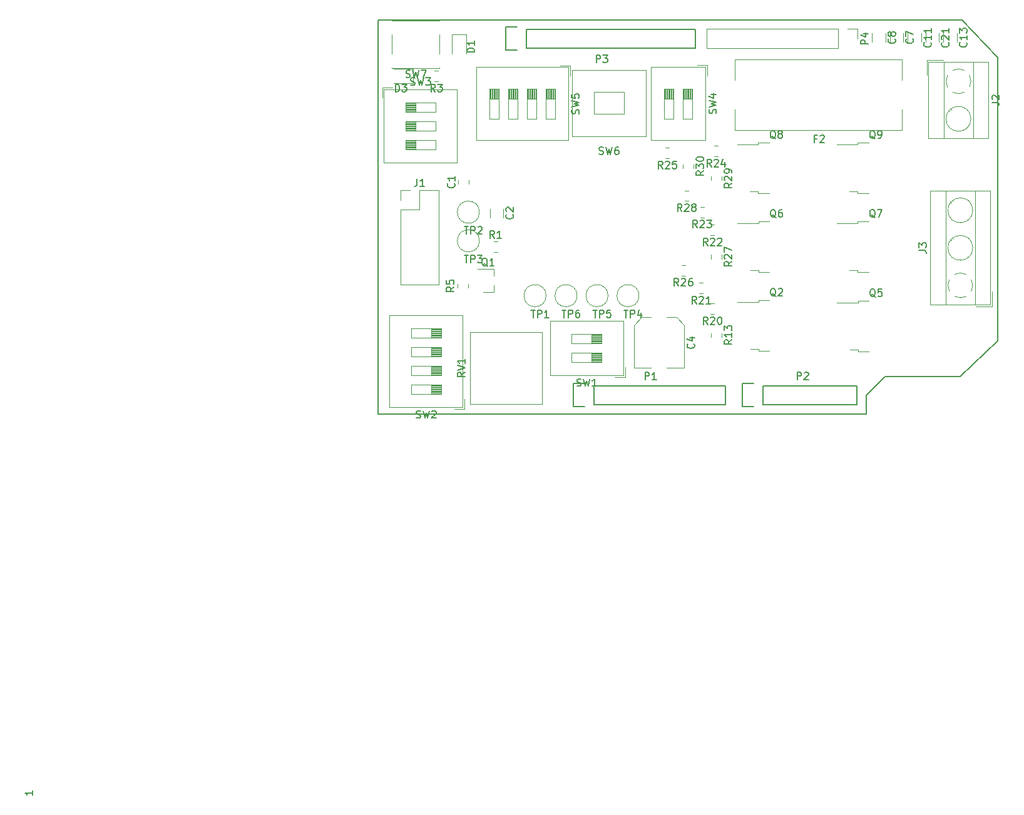
<source format=gbr>
%TF.GenerationSoftware,KiCad,Pcbnew,(5.1.2-1)-1*%
%TF.CreationDate,2019-08-21T19:10:38+02:00*%
%TF.ProjectId,Kiel_50,4b69656c-5f35-4302-9e6b-696361645f70,rev?*%
%TF.SameCoordinates,PX69db1f0PY7882d48*%
%TF.FileFunction,Legend,Top*%
%TF.FilePolarity,Positive*%
%FSLAX46Y46*%
G04 Gerber Fmt 4.6, Leading zero omitted, Abs format (unit mm)*
G04 Created by KiCad (PCBNEW (5.1.2-1)-1) date 2019-08-21 19:10:38*
%MOMM*%
%LPD*%
G04 APERTURE LIST*
%ADD10C,0.150000*%
%ADD11C,0.120000*%
G04 APERTURE END LIST*
D10*
X68580000Y5080000D02*
X78740000Y5080000D01*
X83820000Y9906000D02*
X78740000Y5080000D01*
X78994000Y53340000D02*
X78740000Y53340000D01*
X83820000Y48260000D02*
X78994000Y53340000D01*
X83820000Y9906000D02*
X83820000Y48260000D01*
X64516000Y53340000D02*
X78994000Y53340000D01*
X64516000Y53340000D02*
X0Y53340000D01*
X-46791620Y-51022285D02*
X-46791620Y-51593714D01*
X-46791620Y-51308000D02*
X-47791620Y-51308000D01*
X-47648762Y-51403238D01*
X-47553524Y-51498476D01*
X-47505905Y-51593714D01*
X66040000Y2540000D02*
X68580000Y5080000D01*
X66040000Y0D02*
X66040000Y2540000D01*
X0Y0D02*
X66040000Y0D01*
X0Y53340000D02*
X0Y0D01*
D11*
X29210000Y40577000D02*
X29210000Y43577000D01*
X33210000Y40577000D02*
X29210000Y40577000D01*
X33210000Y43577000D02*
X33210000Y40577000D01*
X29210000Y43577000D02*
X33210000Y43577000D01*
X26210000Y37577000D02*
X26210000Y46577000D01*
X36210000Y37577000D02*
X26210000Y37577000D01*
X36210000Y46577000D02*
X36210000Y37577000D01*
X26210000Y46577000D02*
X36210000Y46577000D01*
X12387000Y11093000D02*
X22157000Y11093000D01*
X12387000Y1323000D02*
X22157000Y1323000D01*
X22157000Y1323000D02*
X22157000Y11093000D01*
X12387000Y1323000D02*
X12387000Y11093000D01*
X41978078Y30237500D02*
X41460922Y30237500D01*
X41978078Y28817500D02*
X41460922Y28817500D01*
X74020000Y51529064D02*
X74020000Y50324936D01*
X75840000Y51529064D02*
X75840000Y50324936D01*
X76433000Y51529064D02*
X76433000Y50324936D01*
X78253000Y51529064D02*
X78253000Y50324936D01*
X71607000Y51529064D02*
X71607000Y50324936D01*
X73427000Y51529064D02*
X73427000Y50324936D01*
X66781000Y51529064D02*
X66781000Y50324936D01*
X68601000Y51529064D02*
X68601000Y50324936D01*
X69194000Y51529064D02*
X69194000Y50324936D01*
X71014000Y51529064D02*
X71014000Y50324936D01*
X8310000Y53268000D02*
X1850000Y53268000D01*
X8310000Y48738000D02*
X8310000Y51338000D01*
X8310000Y46808000D02*
X1850000Y46808000D01*
X1850000Y48738000D02*
X1850000Y51338000D01*
X8310000Y46838000D02*
X8310000Y46808000D01*
X8310000Y53268000D02*
X8310000Y53238000D01*
X1850000Y53268000D02*
X1850000Y53238000D01*
X1850000Y46808000D02*
X1850000Y46838000D01*
X39946999Y42670666D02*
X38676999Y42670666D01*
X38746999Y44023999D02*
X38746999Y42670666D01*
X38866999Y44023999D02*
X38866999Y42670666D01*
X38986999Y44023999D02*
X38986999Y42670666D01*
X39106999Y44023999D02*
X39106999Y42670666D01*
X39226999Y44023999D02*
X39226999Y42670666D01*
X39346999Y44023999D02*
X39346999Y42670666D01*
X39466999Y44023999D02*
X39466999Y42670666D01*
X39586999Y44023999D02*
X39586999Y42670666D01*
X39706999Y44023999D02*
X39706999Y42670666D01*
X39826999Y44023999D02*
X39826999Y42670666D01*
X39946999Y39963999D02*
X39946999Y44023999D01*
X38676999Y39963999D02*
X39946999Y39963999D01*
X38676999Y44023999D02*
X38676999Y39963999D01*
X39946999Y44023999D02*
X38676999Y44023999D01*
X42486999Y42670666D02*
X41216999Y42670666D01*
X41286999Y44023999D02*
X41286999Y42670666D01*
X41406999Y44023999D02*
X41406999Y42670666D01*
X41526999Y44023999D02*
X41526999Y42670666D01*
X41646999Y44023999D02*
X41646999Y42670666D01*
X41766999Y44023999D02*
X41766999Y42670666D01*
X41886999Y44023999D02*
X41886999Y42670666D01*
X42006999Y44023999D02*
X42006999Y42670666D01*
X42126999Y44023999D02*
X42126999Y42670666D01*
X42246999Y44023999D02*
X42246999Y42670666D01*
X42366999Y44023999D02*
X42366999Y42670666D01*
X42486999Y39963999D02*
X42486999Y44023999D01*
X41216999Y39963999D02*
X42486999Y39963999D01*
X41216999Y44023999D02*
X41216999Y39963999D01*
X42486999Y44023999D02*
X41216999Y44023999D01*
X44511999Y47183999D02*
X43128999Y47183999D01*
X44511999Y47183999D02*
X44511999Y45799999D01*
X44271999Y37043999D02*
X36891999Y37043999D01*
X44271999Y46943999D02*
X36891999Y46943999D01*
X36891999Y46943999D02*
X36891999Y37043999D01*
X44271999Y46943999D02*
X44271999Y37043999D01*
X28870667Y9525000D02*
X28870667Y10795000D01*
X30224000Y10725000D02*
X28870667Y10725000D01*
X30224000Y10605000D02*
X28870667Y10605000D01*
X30224000Y10485000D02*
X28870667Y10485000D01*
X30224000Y10365000D02*
X28870667Y10365000D01*
X30224000Y10245000D02*
X28870667Y10245000D01*
X30224000Y10125000D02*
X28870667Y10125000D01*
X30224000Y10005000D02*
X28870667Y10005000D01*
X30224000Y9885000D02*
X28870667Y9885000D01*
X30224000Y9765000D02*
X28870667Y9765000D01*
X30224000Y9645000D02*
X28870667Y9645000D01*
X26164000Y9525000D02*
X30224000Y9525000D01*
X26164000Y10795000D02*
X26164000Y9525000D01*
X30224000Y10795000D02*
X26164000Y10795000D01*
X30224000Y9525000D02*
X30224000Y10795000D01*
X28870667Y6985000D02*
X28870667Y8255000D01*
X30224000Y8185000D02*
X28870667Y8185000D01*
X30224000Y8065000D02*
X28870667Y8065000D01*
X30224000Y7945000D02*
X28870667Y7945000D01*
X30224000Y7825000D02*
X28870667Y7825000D01*
X30224000Y7705000D02*
X28870667Y7705000D01*
X30224000Y7585000D02*
X28870667Y7585000D01*
X30224000Y7465000D02*
X28870667Y7465000D01*
X30224000Y7345000D02*
X28870667Y7345000D01*
X30224000Y7225000D02*
X28870667Y7225000D01*
X30224000Y7105000D02*
X28870667Y7105000D01*
X26164000Y6985000D02*
X30224000Y6985000D01*
X26164000Y8255000D02*
X26164000Y6985000D01*
X30224000Y8255000D02*
X26164000Y8255000D01*
X30224000Y6985000D02*
X30224000Y8255000D01*
X33384000Y4960000D02*
X33384000Y6343000D01*
X33384000Y4960000D02*
X32000000Y4960000D01*
X23244000Y5200000D02*
X23244000Y12580000D01*
X33144000Y5200000D02*
X33144000Y12580000D01*
X33144000Y12580000D02*
X23244000Y12580000D01*
X33144000Y5200000D02*
X23244000Y5200000D01*
X64840000Y30095000D02*
X63740000Y30095000D01*
X64840000Y29825000D02*
X64840000Y30095000D01*
X66340000Y29825000D02*
X64840000Y29825000D01*
X64840000Y36455000D02*
X62010000Y36455000D01*
X64840000Y36725000D02*
X64840000Y36455000D01*
X66340000Y36725000D02*
X64840000Y36725000D01*
X35282000Y16002000D02*
G75*
G03X35282000Y16002000I-1500000J0D01*
G01*
X31091000Y16002000D02*
G75*
G03X31091000Y16002000I-1500000J0D01*
G01*
X26900000Y16002000D02*
G75*
G03X26900000Y16002000I-1500000J0D01*
G01*
X5038333Y37084000D02*
X5038333Y35814000D01*
X3685000Y35884000D02*
X5038333Y35884000D01*
X3685000Y36004000D02*
X5038333Y36004000D01*
X3685000Y36124000D02*
X5038333Y36124000D01*
X3685000Y36244000D02*
X5038333Y36244000D01*
X3685000Y36364000D02*
X5038333Y36364000D01*
X3685000Y36484000D02*
X5038333Y36484000D01*
X3685000Y36604000D02*
X5038333Y36604000D01*
X3685000Y36724000D02*
X5038333Y36724000D01*
X3685000Y36844000D02*
X5038333Y36844000D01*
X3685000Y36964000D02*
X5038333Y36964000D01*
X7745000Y37084000D02*
X3685000Y37084000D01*
X7745000Y35814000D02*
X7745000Y37084000D01*
X3685000Y35814000D02*
X7745000Y35814000D01*
X3685000Y37084000D02*
X3685000Y35814000D01*
X5038333Y39624000D02*
X5038333Y38354000D01*
X3685000Y38424000D02*
X5038333Y38424000D01*
X3685000Y38544000D02*
X5038333Y38544000D01*
X3685000Y38664000D02*
X5038333Y38664000D01*
X3685000Y38784000D02*
X5038333Y38784000D01*
X3685000Y38904000D02*
X5038333Y38904000D01*
X3685000Y39024000D02*
X5038333Y39024000D01*
X3685000Y39144000D02*
X5038333Y39144000D01*
X3685000Y39264000D02*
X5038333Y39264000D01*
X3685000Y39384000D02*
X5038333Y39384000D01*
X3685000Y39504000D02*
X5038333Y39504000D01*
X7745000Y39624000D02*
X3685000Y39624000D01*
X7745000Y38354000D02*
X7745000Y39624000D01*
X3685000Y38354000D02*
X7745000Y38354000D01*
X3685000Y39624000D02*
X3685000Y38354000D01*
X5038333Y42164000D02*
X5038333Y40894000D01*
X3685000Y40964000D02*
X5038333Y40964000D01*
X3685000Y41084000D02*
X5038333Y41084000D01*
X3685000Y41204000D02*
X5038333Y41204000D01*
X3685000Y41324000D02*
X5038333Y41324000D01*
X3685000Y41444000D02*
X5038333Y41444000D01*
X3685000Y41564000D02*
X5038333Y41564000D01*
X3685000Y41684000D02*
X5038333Y41684000D01*
X3685000Y41804000D02*
X5038333Y41804000D01*
X3685000Y41924000D02*
X5038333Y41924000D01*
X3685000Y42044000D02*
X5038333Y42044000D01*
X7745000Y42164000D02*
X3685000Y42164000D01*
X7745000Y40894000D02*
X7745000Y42164000D01*
X3685000Y40894000D02*
X7745000Y40894000D01*
X3685000Y42164000D02*
X3685000Y40894000D01*
X525000Y44189000D02*
X525000Y42806000D01*
X525000Y44189000D02*
X1909000Y44189000D01*
X10665000Y43949000D02*
X10665000Y34029000D01*
X765000Y43949000D02*
X765000Y34029000D01*
X765000Y34029000D02*
X10665000Y34029000D01*
X765000Y43949000D02*
X10665000Y43949000D01*
X74186000Y47861500D02*
X74186000Y45861500D01*
X76426000Y47861500D02*
X74186000Y47861500D01*
X77510000Y41121500D02*
X77417000Y41215500D01*
X79761000Y38871500D02*
X79702000Y38930500D01*
X77270000Y40951500D02*
X77212000Y41010500D01*
X79555000Y38666500D02*
X79462000Y38760500D01*
X82546000Y37341500D02*
X74426000Y37341500D01*
X82546000Y47621500D02*
X74426000Y47621500D01*
X74426000Y47621500D02*
X74426000Y37341500D01*
X82546000Y47621500D02*
X82546000Y37341500D01*
X80486000Y47621500D02*
X80486000Y37341500D01*
X76486000Y47621500D02*
X76486000Y37341500D01*
X80166000Y39941500D02*
G75*
G03X80166000Y39941500I-1680000J0D01*
G01*
X76805550Y44992117D02*
G75*
G02X77002000Y45810500I1680450J29383D01*
G01*
X77696912Y46505453D02*
G75*
G02X79275000Y46505500I789088J-1483953D01*
G01*
X79969953Y45810588D02*
G75*
G02X79970000Y44232500I-1483953J-789088D01*
G01*
X79275088Y43537547D02*
G75*
G02X77697000Y43537500I-789088J1483953D01*
G01*
X77002648Y44232788D02*
G75*
G02X76806000Y45021500I1483352J788712D01*
G01*
X64830000Y52130000D02*
X64830000Y50800000D01*
X63500000Y52130000D02*
X64830000Y52130000D01*
X62230000Y52130000D02*
X62230000Y49470000D01*
X62230000Y49470000D02*
X44390000Y49470000D01*
X62230000Y52130000D02*
X44390000Y52130000D01*
X44390000Y52130000D02*
X44390000Y49470000D01*
X13692000Y23431500D02*
G75*
G03X13692000Y23431500I-1500000J0D01*
G01*
X13692000Y27305000D02*
G75*
G03X13692000Y27305000I-1500000J0D01*
G01*
X22709000Y16002000D02*
G75*
G03X22709000Y16002000I-1500000J0D01*
G01*
X16319500Y42650167D02*
X15049500Y42650167D01*
X15119500Y44003500D02*
X15119500Y42650167D01*
X15239500Y44003500D02*
X15239500Y42650167D01*
X15359500Y44003500D02*
X15359500Y42650167D01*
X15479500Y44003500D02*
X15479500Y42650167D01*
X15599500Y44003500D02*
X15599500Y42650167D01*
X15719500Y44003500D02*
X15719500Y42650167D01*
X15839500Y44003500D02*
X15839500Y42650167D01*
X15959500Y44003500D02*
X15959500Y42650167D01*
X16079500Y44003500D02*
X16079500Y42650167D01*
X16199500Y44003500D02*
X16199500Y42650167D01*
X16319500Y39943500D02*
X16319500Y44003500D01*
X15049500Y39943500D02*
X16319500Y39943500D01*
X15049500Y44003500D02*
X15049500Y39943500D01*
X16319500Y44003500D02*
X15049500Y44003500D01*
X18859500Y42650167D02*
X17589500Y42650167D01*
X17659500Y44003500D02*
X17659500Y42650167D01*
X17779500Y44003500D02*
X17779500Y42650167D01*
X17899500Y44003500D02*
X17899500Y42650167D01*
X18019500Y44003500D02*
X18019500Y42650167D01*
X18139500Y44003500D02*
X18139500Y42650167D01*
X18259500Y44003500D02*
X18259500Y42650167D01*
X18379500Y44003500D02*
X18379500Y42650167D01*
X18499500Y44003500D02*
X18499500Y42650167D01*
X18619500Y44003500D02*
X18619500Y42650167D01*
X18739500Y44003500D02*
X18739500Y42650167D01*
X18859500Y39943500D02*
X18859500Y44003500D01*
X17589500Y39943500D02*
X18859500Y39943500D01*
X17589500Y44003500D02*
X17589500Y39943500D01*
X18859500Y44003500D02*
X17589500Y44003500D01*
X21399500Y42650167D02*
X20129500Y42650167D01*
X20199500Y44003500D02*
X20199500Y42650167D01*
X20319500Y44003500D02*
X20319500Y42650167D01*
X20439500Y44003500D02*
X20439500Y42650167D01*
X20559500Y44003500D02*
X20559500Y42650167D01*
X20679500Y44003500D02*
X20679500Y42650167D01*
X20799500Y44003500D02*
X20799500Y42650167D01*
X20919500Y44003500D02*
X20919500Y42650167D01*
X21039500Y44003500D02*
X21039500Y42650167D01*
X21159500Y44003500D02*
X21159500Y42650167D01*
X21279500Y44003500D02*
X21279500Y42650167D01*
X21399500Y39943500D02*
X21399500Y44003500D01*
X20129500Y39943500D02*
X21399500Y39943500D01*
X20129500Y44003500D02*
X20129500Y39943500D01*
X21399500Y44003500D02*
X20129500Y44003500D01*
X23939500Y42650167D02*
X22669500Y42650167D01*
X22739500Y44003500D02*
X22739500Y42650167D01*
X22859500Y44003500D02*
X22859500Y42650167D01*
X22979500Y44003500D02*
X22979500Y42650167D01*
X23099500Y44003500D02*
X23099500Y42650167D01*
X23219500Y44003500D02*
X23219500Y42650167D01*
X23339500Y44003500D02*
X23339500Y42650167D01*
X23459500Y44003500D02*
X23459500Y42650167D01*
X23579500Y44003500D02*
X23579500Y42650167D01*
X23699500Y44003500D02*
X23699500Y42650167D01*
X23819500Y44003500D02*
X23819500Y42650167D01*
X23939500Y39943500D02*
X23939500Y44003500D01*
X22669500Y39943500D02*
X23939500Y39943500D01*
X22669500Y44003500D02*
X22669500Y39943500D01*
X23939500Y44003500D02*
X22669500Y44003500D01*
X25964500Y47163500D02*
X24581500Y47163500D01*
X25964500Y47163500D02*
X25964500Y45779500D01*
X25724500Y37023500D02*
X13264500Y37023500D01*
X25724500Y46923500D02*
X13264500Y46923500D01*
X13264500Y46923500D02*
X13264500Y37023500D01*
X25724500Y46923500D02*
X25724500Y37023500D01*
X7153667Y10287000D02*
X7153667Y11557000D01*
X8507000Y11487000D02*
X7153667Y11487000D01*
X8507000Y11367000D02*
X7153667Y11367000D01*
X8507000Y11247000D02*
X7153667Y11247000D01*
X8507000Y11127000D02*
X7153667Y11127000D01*
X8507000Y11007000D02*
X7153667Y11007000D01*
X8507000Y10887000D02*
X7153667Y10887000D01*
X8507000Y10767000D02*
X7153667Y10767000D01*
X8507000Y10647000D02*
X7153667Y10647000D01*
X8507000Y10527000D02*
X7153667Y10527000D01*
X8507000Y10407000D02*
X7153667Y10407000D01*
X4447000Y10287000D02*
X8507000Y10287000D01*
X4447000Y11557000D02*
X4447000Y10287000D01*
X8507000Y11557000D02*
X4447000Y11557000D01*
X8507000Y10287000D02*
X8507000Y11557000D01*
X7153667Y7747000D02*
X7153667Y9017000D01*
X8507000Y8947000D02*
X7153667Y8947000D01*
X8507000Y8827000D02*
X7153667Y8827000D01*
X8507000Y8707000D02*
X7153667Y8707000D01*
X8507000Y8587000D02*
X7153667Y8587000D01*
X8507000Y8467000D02*
X7153667Y8467000D01*
X8507000Y8347000D02*
X7153667Y8347000D01*
X8507000Y8227000D02*
X7153667Y8227000D01*
X8507000Y8107000D02*
X7153667Y8107000D01*
X8507000Y7987000D02*
X7153667Y7987000D01*
X8507000Y7867000D02*
X7153667Y7867000D01*
X4447000Y7747000D02*
X8507000Y7747000D01*
X4447000Y9017000D02*
X4447000Y7747000D01*
X8507000Y9017000D02*
X4447000Y9017000D01*
X8507000Y7747000D02*
X8507000Y9017000D01*
X7153667Y5207000D02*
X7153667Y6477000D01*
X8507000Y6407000D02*
X7153667Y6407000D01*
X8507000Y6287000D02*
X7153667Y6287000D01*
X8507000Y6167000D02*
X7153667Y6167000D01*
X8507000Y6047000D02*
X7153667Y6047000D01*
X8507000Y5927000D02*
X7153667Y5927000D01*
X8507000Y5807000D02*
X7153667Y5807000D01*
X8507000Y5687000D02*
X7153667Y5687000D01*
X8507000Y5567000D02*
X7153667Y5567000D01*
X8507000Y5447000D02*
X7153667Y5447000D01*
X8507000Y5327000D02*
X7153667Y5327000D01*
X4447000Y5207000D02*
X8507000Y5207000D01*
X4447000Y6477000D02*
X4447000Y5207000D01*
X8507000Y6477000D02*
X4447000Y6477000D01*
X8507000Y5207000D02*
X8507000Y6477000D01*
X7153667Y2667000D02*
X7153667Y3937000D01*
X8507000Y3867000D02*
X7153667Y3867000D01*
X8507000Y3747000D02*
X7153667Y3747000D01*
X8507000Y3627000D02*
X7153667Y3627000D01*
X8507000Y3507000D02*
X7153667Y3507000D01*
X8507000Y3387000D02*
X7153667Y3387000D01*
X8507000Y3267000D02*
X7153667Y3267000D01*
X8507000Y3147000D02*
X7153667Y3147000D01*
X8507000Y3027000D02*
X7153667Y3027000D01*
X8507000Y2907000D02*
X7153667Y2907000D01*
X8507000Y2787000D02*
X7153667Y2787000D01*
X4447000Y2667000D02*
X8507000Y2667000D01*
X4447000Y3937000D02*
X4447000Y2667000D01*
X8507000Y3937000D02*
X4447000Y3937000D01*
X8507000Y2667000D02*
X8507000Y3937000D01*
X11667000Y642000D02*
X11667000Y2025000D01*
X11667000Y642000D02*
X10283000Y642000D01*
X1527000Y882000D02*
X1527000Y13342000D01*
X11427000Y882000D02*
X11427000Y13342000D01*
X11427000Y13342000D02*
X1527000Y13342000D01*
X11427000Y882000D02*
X1527000Y882000D01*
X41200000Y33786578D02*
X41200000Y33269422D01*
X42620000Y33786578D02*
X42620000Y33269422D01*
X45010000Y32135578D02*
X45010000Y31618422D01*
X46430000Y32135578D02*
X46430000Y31618422D01*
X45010000Y21531078D02*
X45010000Y21013922D01*
X46430000Y21531078D02*
X46430000Y21013922D01*
X41533578Y20141000D02*
X41016422Y20141000D01*
X41533578Y18721000D02*
X41016422Y18721000D01*
X39374578Y36016000D02*
X38857422Y36016000D01*
X39374578Y34596000D02*
X38857422Y34596000D01*
X45978578Y36270000D02*
X45461422Y36270000D01*
X45978578Y34850000D02*
X45461422Y34850000D01*
X44073578Y28015000D02*
X43556422Y28015000D01*
X44073578Y26595000D02*
X43556422Y26595000D01*
X45470578Y25602000D02*
X44953422Y25602000D01*
X45470578Y24182000D02*
X44953422Y24182000D01*
X43946578Y17728000D02*
X43429422Y17728000D01*
X43946578Y16308000D02*
X43429422Y16308000D01*
X45470578Y14934000D02*
X44953422Y14934000D01*
X45470578Y13514000D02*
X44953422Y13514000D01*
X45010000Y10926578D02*
X45010000Y10409422D01*
X46430000Y10926578D02*
X46430000Y10409422D01*
X12140000Y17076922D02*
X12140000Y17594078D01*
X10720000Y17076922D02*
X10720000Y17594078D01*
X8132578Y46430000D02*
X7615422Y46430000D01*
X8132578Y45010000D02*
X7615422Y45010000D01*
X15616422Y21896000D02*
X16133578Y21896000D01*
X15616422Y23316000D02*
X16133578Y23316000D01*
X51378000Y30094000D02*
X50278000Y30094000D01*
X51378000Y29824000D02*
X51378000Y30094000D01*
X52878000Y29824000D02*
X51378000Y29824000D01*
X51378000Y36454000D02*
X48548000Y36454000D01*
X51378000Y36724000D02*
X51378000Y36454000D01*
X52878000Y36724000D02*
X51378000Y36724000D01*
X64840000Y19426000D02*
X63740000Y19426000D01*
X64840000Y19156000D02*
X64840000Y19426000D01*
X66340000Y19156000D02*
X64840000Y19156000D01*
X64840000Y25786000D02*
X62010000Y25786000D01*
X64840000Y26056000D02*
X64840000Y25786000D01*
X66340000Y26056000D02*
X64840000Y26056000D01*
X51413000Y19425000D02*
X50313000Y19425000D01*
X51413000Y19155000D02*
X51413000Y19425000D01*
X52913000Y19155000D02*
X51413000Y19155000D01*
X51413000Y25785000D02*
X48583000Y25785000D01*
X51413000Y26055000D02*
X51413000Y25785000D01*
X52913000Y26055000D02*
X51413000Y26055000D01*
X64875000Y8690000D02*
X63775000Y8690000D01*
X64875000Y8420000D02*
X64875000Y8690000D01*
X66375000Y8420000D02*
X64875000Y8420000D01*
X64875000Y15050000D02*
X62045000Y15050000D01*
X64875000Y15320000D02*
X64875000Y15050000D01*
X66375000Y15320000D02*
X64875000Y15320000D01*
X51413000Y8758000D02*
X50313000Y8758000D01*
X51413000Y8488000D02*
X51413000Y8758000D01*
X52913000Y8488000D02*
X51413000Y8488000D01*
X51413000Y15118000D02*
X48583000Y15118000D01*
X51413000Y15388000D02*
X51413000Y15118000D01*
X52913000Y15388000D02*
X51413000Y15388000D01*
X15619000Y16454000D02*
X14159000Y16454000D01*
X15619000Y19614000D02*
X13459000Y19614000D01*
X15619000Y19614000D02*
X15619000Y18684000D01*
X15619000Y16454000D02*
X15619000Y17384000D01*
X83040000Y14559000D02*
X83040000Y16559000D01*
X80800000Y14559000D02*
X83040000Y14559000D01*
X79716000Y26379000D02*
X79809000Y26285000D01*
X77465000Y28629000D02*
X77524000Y28570000D01*
X79956000Y26549000D02*
X80014000Y26490000D01*
X77671000Y28834000D02*
X77764000Y28740000D01*
X79716000Y21299000D02*
X79809000Y21205000D01*
X77465000Y23549000D02*
X77524000Y23490000D01*
X79956000Y21469000D02*
X80014000Y21410000D01*
X77671000Y23754000D02*
X77764000Y23660000D01*
X74680000Y30159000D02*
X82800000Y30159000D01*
X74680000Y14799000D02*
X82800000Y14799000D01*
X82800000Y14799000D02*
X82800000Y30159000D01*
X74680000Y14799000D02*
X74680000Y30159000D01*
X76740000Y14799000D02*
X76740000Y30159000D01*
X80740000Y14799000D02*
X80740000Y30159000D01*
X80420000Y27559000D02*
G75*
G03X80420000Y27559000I-1680000J0D01*
G01*
X80420000Y22479000D02*
G75*
G03X80420000Y22479000I-1680000J0D01*
G01*
X80420450Y17428383D02*
G75*
G02X80224000Y16610000I-1680450J-29383D01*
G01*
X79529088Y15915047D02*
G75*
G02X77951000Y15915000I-789088J1483953D01*
G01*
X77256047Y16609912D02*
G75*
G02X77256000Y18188000I1483953J789088D01*
G01*
X77950912Y18882953D02*
G75*
G02X79529000Y18883000I789088J-1483953D01*
G01*
X80223352Y18187712D02*
G75*
G02X80420000Y17399000I-1483352J-788712D01*
G01*
X2988000Y30286000D02*
X4318000Y30286000D01*
X2988000Y28956000D02*
X2988000Y30286000D01*
X5588000Y30286000D02*
X8188000Y30286000D01*
X5588000Y27686000D02*
X5588000Y30286000D01*
X2988000Y27686000D02*
X5588000Y27686000D01*
X8188000Y30286000D02*
X8188000Y17466000D01*
X2988000Y27686000D02*
X2988000Y17466000D01*
X2988000Y17466000D02*
X8188000Y17466000D01*
X70866000Y47980000D02*
X70866000Y45180000D01*
X70866000Y47980000D02*
X48266000Y47980000D01*
X70866000Y38380000D02*
X48266000Y38380000D01*
X70866000Y41180000D02*
X70866000Y38380000D01*
X48266000Y41180000D02*
X48266000Y38380000D01*
X48266000Y47980000D02*
X48266000Y45180000D01*
X4733000Y46680000D02*
X2048000Y46680000D01*
X4733000Y44760000D02*
X4733000Y46680000D01*
X2048000Y44760000D02*
X4733000Y44760000D01*
X9962000Y51390500D02*
X9962000Y48705500D01*
X11882000Y51390500D02*
X9962000Y51390500D01*
X11882000Y48705500D02*
X11882000Y51390500D01*
X35627437Y13062000D02*
X34563000Y11997563D01*
X40318563Y13062000D02*
X41383000Y11997563D01*
X40318563Y13062000D02*
X39033000Y13062000D01*
X35627437Y13062000D02*
X36913000Y13062000D01*
X34563000Y11997563D02*
X34563000Y6242000D01*
X41383000Y11997563D02*
X41383000Y6242000D01*
X41383000Y6242000D02*
X39033000Y6242000D01*
X34563000Y6242000D02*
X36913000Y6242000D01*
X15092000Y27780064D02*
X15092000Y26575936D01*
X16912000Y27780064D02*
X16912000Y26575936D01*
X12267000Y31110422D02*
X12267000Y31627578D01*
X10847000Y31110422D02*
X10847000Y31627578D01*
D10*
X29210000Y1270000D02*
X46990000Y1270000D01*
X46990000Y1270000D02*
X46990000Y3810000D01*
X46990000Y3810000D02*
X29210000Y3810000D01*
X26390000Y990000D02*
X27940000Y990000D01*
X29210000Y1270000D02*
X29210000Y3810000D01*
X27940000Y4090000D02*
X26390000Y4090000D01*
X26390000Y4090000D02*
X26390000Y990000D01*
X52070000Y1270000D02*
X64770000Y1270000D01*
X64770000Y1270000D02*
X64770000Y3810000D01*
X64770000Y3810000D02*
X52070000Y3810000D01*
X49250000Y990000D02*
X50800000Y990000D01*
X52070000Y1270000D02*
X52070000Y3810000D01*
X50800000Y4090000D02*
X49250000Y4090000D01*
X49250000Y4090000D02*
X49250000Y990000D01*
X20066000Y49530000D02*
X42926000Y49530000D01*
X42926000Y49530000D02*
X42926000Y52070000D01*
X42926000Y52070000D02*
X20066000Y52070000D01*
X17246000Y49250000D02*
X18796000Y49250000D01*
X20066000Y49530000D02*
X20066000Y52070000D01*
X18796000Y52350000D02*
X17246000Y52350000D01*
X17246000Y52350000D02*
X17246000Y49250000D01*
X29876666Y35172239D02*
X30019523Y35124620D01*
X30257619Y35124620D01*
X30352857Y35172239D01*
X30400476Y35219858D01*
X30448095Y35315096D01*
X30448095Y35410334D01*
X30400476Y35505572D01*
X30352857Y35553191D01*
X30257619Y35600810D01*
X30067142Y35648429D01*
X29971904Y35696048D01*
X29924285Y35743667D01*
X29876666Y35838905D01*
X29876666Y35934143D01*
X29924285Y36029381D01*
X29971904Y36077000D01*
X30067142Y36124620D01*
X30305238Y36124620D01*
X30448095Y36077000D01*
X30781428Y36124620D02*
X31019523Y35124620D01*
X31210000Y35838905D01*
X31400476Y35124620D01*
X31638571Y36124620D01*
X32448095Y36124620D02*
X32257619Y36124620D01*
X32162380Y36077000D01*
X32114761Y36029381D01*
X32019523Y35886524D01*
X31971904Y35696048D01*
X31971904Y35315096D01*
X32019523Y35219858D01*
X32067142Y35172239D01*
X32162380Y35124620D01*
X32352857Y35124620D01*
X32448095Y35172239D01*
X32495714Y35219858D01*
X32543333Y35315096D01*
X32543333Y35553191D01*
X32495714Y35648429D01*
X32448095Y35696048D01*
X32352857Y35743667D01*
X32162380Y35743667D01*
X32067142Y35696048D01*
X32019523Y35648429D01*
X31971904Y35553191D01*
X11709380Y5612762D02*
X11233190Y5279429D01*
X11709380Y5041334D02*
X10709380Y5041334D01*
X10709380Y5422286D01*
X10757000Y5517524D01*
X10804619Y5565143D01*
X10899857Y5612762D01*
X11042714Y5612762D01*
X11137952Y5565143D01*
X11185571Y5517524D01*
X11233190Y5422286D01*
X11233190Y5041334D01*
X10709380Y5898477D02*
X11709380Y6231810D01*
X10709380Y6565143D01*
X11709380Y7422286D02*
X11709380Y6850858D01*
X11709380Y7136572D02*
X10709380Y7136572D01*
X10852238Y7041334D01*
X10947476Y6946096D01*
X10995095Y6850858D01*
X41076642Y27425120D02*
X40743309Y27901310D01*
X40505214Y27425120D02*
X40505214Y28425120D01*
X40886166Y28425120D01*
X40981404Y28377500D01*
X41029023Y28329881D01*
X41076642Y28234643D01*
X41076642Y28091786D01*
X41029023Y27996548D01*
X40981404Y27948929D01*
X40886166Y27901310D01*
X40505214Y27901310D01*
X41457595Y28329881D02*
X41505214Y28377500D01*
X41600452Y28425120D01*
X41838547Y28425120D01*
X41933785Y28377500D01*
X41981404Y28329881D01*
X42029023Y28234643D01*
X42029023Y28139405D01*
X41981404Y27996548D01*
X41409976Y27425120D01*
X42029023Y27425120D01*
X42600452Y27996548D02*
X42505214Y28044167D01*
X42457595Y28091786D01*
X42409976Y28187024D01*
X42409976Y28234643D01*
X42457595Y28329881D01*
X42505214Y28377500D01*
X42600452Y28425120D01*
X42790928Y28425120D01*
X42886166Y28377500D01*
X42933785Y28329881D01*
X42981404Y28234643D01*
X42981404Y28187024D01*
X42933785Y28091786D01*
X42886166Y28044167D01*
X42790928Y27996548D01*
X42600452Y27996548D01*
X42505214Y27948929D01*
X42457595Y27901310D01*
X42409976Y27806072D01*
X42409976Y27615596D01*
X42457595Y27520358D01*
X42505214Y27472739D01*
X42600452Y27425120D01*
X42790928Y27425120D01*
X42886166Y27472739D01*
X42933785Y27520358D01*
X42981404Y27615596D01*
X42981404Y27806072D01*
X42933785Y27901310D01*
X42886166Y27948929D01*
X42790928Y27996548D01*
X77107142Y50284143D02*
X77154761Y50236524D01*
X77202380Y50093667D01*
X77202380Y49998429D01*
X77154761Y49855572D01*
X77059523Y49760334D01*
X76964285Y49712715D01*
X76773809Y49665096D01*
X76630952Y49665096D01*
X76440476Y49712715D01*
X76345238Y49760334D01*
X76250000Y49855572D01*
X76202380Y49998429D01*
X76202380Y50093667D01*
X76250000Y50236524D01*
X76297619Y50284143D01*
X76297619Y50665096D02*
X76250000Y50712715D01*
X76202380Y50807953D01*
X76202380Y51046048D01*
X76250000Y51141286D01*
X76297619Y51188905D01*
X76392857Y51236524D01*
X76488095Y51236524D01*
X76630952Y51188905D01*
X77202380Y50617477D01*
X77202380Y51236524D01*
X77202380Y52188905D02*
X77202380Y51617477D01*
X77202380Y51903191D02*
X76202380Y51903191D01*
X76345238Y51807953D01*
X76440476Y51712715D01*
X76488095Y51617477D01*
X79520142Y50284143D02*
X79567761Y50236524D01*
X79615380Y50093667D01*
X79615380Y49998429D01*
X79567761Y49855572D01*
X79472523Y49760334D01*
X79377285Y49712715D01*
X79186809Y49665096D01*
X79043952Y49665096D01*
X78853476Y49712715D01*
X78758238Y49760334D01*
X78663000Y49855572D01*
X78615380Y49998429D01*
X78615380Y50093667D01*
X78663000Y50236524D01*
X78710619Y50284143D01*
X79615380Y51236524D02*
X79615380Y50665096D01*
X79615380Y50950810D02*
X78615380Y50950810D01*
X78758238Y50855572D01*
X78853476Y50760334D01*
X78901095Y50665096D01*
X78615380Y51569858D02*
X78615380Y52188905D01*
X78996333Y51855572D01*
X78996333Y51998429D01*
X79043952Y52093667D01*
X79091571Y52141286D01*
X79186809Y52188905D01*
X79424904Y52188905D01*
X79520142Y52141286D01*
X79567761Y52093667D01*
X79615380Y51998429D01*
X79615380Y51712715D01*
X79567761Y51617477D01*
X79520142Y51569858D01*
X74694142Y50284143D02*
X74741761Y50236524D01*
X74789380Y50093667D01*
X74789380Y49998429D01*
X74741761Y49855572D01*
X74646523Y49760334D01*
X74551285Y49712715D01*
X74360809Y49665096D01*
X74217952Y49665096D01*
X74027476Y49712715D01*
X73932238Y49760334D01*
X73837000Y49855572D01*
X73789380Y49998429D01*
X73789380Y50093667D01*
X73837000Y50236524D01*
X73884619Y50284143D01*
X74789380Y51236524D02*
X74789380Y50665096D01*
X74789380Y50950810D02*
X73789380Y50950810D01*
X73932238Y50855572D01*
X74027476Y50760334D01*
X74075095Y50665096D01*
X74789380Y52188905D02*
X74789380Y51617477D01*
X74789380Y51903191D02*
X73789380Y51903191D01*
X73932238Y51807953D01*
X74027476Y51712715D01*
X74075095Y51617477D01*
X69868142Y50760334D02*
X69915761Y50712715D01*
X69963380Y50569858D01*
X69963380Y50474620D01*
X69915761Y50331762D01*
X69820523Y50236524D01*
X69725285Y50188905D01*
X69534809Y50141286D01*
X69391952Y50141286D01*
X69201476Y50188905D01*
X69106238Y50236524D01*
X69011000Y50331762D01*
X68963380Y50474620D01*
X68963380Y50569858D01*
X69011000Y50712715D01*
X69058619Y50760334D01*
X69391952Y51331762D02*
X69344333Y51236524D01*
X69296714Y51188905D01*
X69201476Y51141286D01*
X69153857Y51141286D01*
X69058619Y51188905D01*
X69011000Y51236524D01*
X68963380Y51331762D01*
X68963380Y51522239D01*
X69011000Y51617477D01*
X69058619Y51665096D01*
X69153857Y51712715D01*
X69201476Y51712715D01*
X69296714Y51665096D01*
X69344333Y51617477D01*
X69391952Y51522239D01*
X69391952Y51331762D01*
X69439571Y51236524D01*
X69487190Y51188905D01*
X69582428Y51141286D01*
X69772904Y51141286D01*
X69868142Y51188905D01*
X69915761Y51236524D01*
X69963380Y51331762D01*
X69963380Y51522239D01*
X69915761Y51617477D01*
X69868142Y51665096D01*
X69772904Y51712715D01*
X69582428Y51712715D01*
X69487190Y51665096D01*
X69439571Y51617477D01*
X69391952Y51522239D01*
X72281142Y50760334D02*
X72328761Y50712715D01*
X72376380Y50569858D01*
X72376380Y50474620D01*
X72328761Y50331762D01*
X72233523Y50236524D01*
X72138285Y50188905D01*
X71947809Y50141286D01*
X71804952Y50141286D01*
X71614476Y50188905D01*
X71519238Y50236524D01*
X71424000Y50331762D01*
X71376380Y50474620D01*
X71376380Y50569858D01*
X71424000Y50712715D01*
X71471619Y50760334D01*
X71376380Y51093667D02*
X71376380Y51760334D01*
X72376380Y51331762D01*
X3746666Y45583239D02*
X3889523Y45535620D01*
X4127619Y45535620D01*
X4222857Y45583239D01*
X4270476Y45630858D01*
X4318095Y45726096D01*
X4318095Y45821334D01*
X4270476Y45916572D01*
X4222857Y45964191D01*
X4127619Y46011810D01*
X3937142Y46059429D01*
X3841904Y46107048D01*
X3794285Y46154667D01*
X3746666Y46249905D01*
X3746666Y46345143D01*
X3794285Y46440381D01*
X3841904Y46488000D01*
X3937142Y46535620D01*
X4175238Y46535620D01*
X4318095Y46488000D01*
X4651428Y46535620D02*
X4889523Y45535620D01*
X5080000Y46249905D01*
X5270476Y45535620D01*
X5508571Y46535620D01*
X5794285Y46535620D02*
X6460952Y46535620D01*
X6032380Y45535620D01*
X45676760Y40660666D02*
X45724379Y40803523D01*
X45724379Y41041619D01*
X45676760Y41136857D01*
X45629141Y41184476D01*
X45533903Y41232095D01*
X45438665Y41232095D01*
X45343427Y41184476D01*
X45295808Y41136857D01*
X45248189Y41041619D01*
X45200570Y40851142D01*
X45152951Y40755904D01*
X45105332Y40708285D01*
X45010094Y40660666D01*
X44914856Y40660666D01*
X44819618Y40708285D01*
X44771999Y40755904D01*
X44724379Y40851142D01*
X44724379Y41089238D01*
X44771999Y41232095D01*
X44724379Y41565428D02*
X45724379Y41803523D01*
X45010094Y41993999D01*
X45724379Y42184476D01*
X44724379Y42422571D01*
X45057713Y43232095D02*
X45724379Y43232095D01*
X44676760Y42993999D02*
X45391046Y42755904D01*
X45391046Y43374952D01*
X26860666Y3795239D02*
X27003523Y3747620D01*
X27241619Y3747620D01*
X27336857Y3795239D01*
X27384476Y3842858D01*
X27432095Y3938096D01*
X27432095Y4033334D01*
X27384476Y4128572D01*
X27336857Y4176191D01*
X27241619Y4223810D01*
X27051142Y4271429D01*
X26955904Y4319048D01*
X26908285Y4366667D01*
X26860666Y4461905D01*
X26860666Y4557143D01*
X26908285Y4652381D01*
X26955904Y4700000D01*
X27051142Y4747620D01*
X27289238Y4747620D01*
X27432095Y4700000D01*
X27765428Y4747620D02*
X28003523Y3747620D01*
X28194000Y4461905D01*
X28384476Y3747620D01*
X28622571Y4747620D01*
X29527333Y3747620D02*
X28955904Y3747620D01*
X29241619Y3747620D02*
X29241619Y4747620D01*
X29146380Y4604762D01*
X29051142Y4509524D01*
X28955904Y4461905D01*
X67214761Y37227381D02*
X67119523Y37275000D01*
X67024285Y37370239D01*
X66881428Y37513096D01*
X66786190Y37560715D01*
X66690952Y37560715D01*
X66738571Y37322620D02*
X66643333Y37370239D01*
X66548095Y37465477D01*
X66500476Y37655953D01*
X66500476Y37989286D01*
X66548095Y38179762D01*
X66643333Y38275000D01*
X66738571Y38322620D01*
X66929047Y38322620D01*
X67024285Y38275000D01*
X67119523Y38179762D01*
X67167142Y37989286D01*
X67167142Y37655953D01*
X67119523Y37465477D01*
X67024285Y37370239D01*
X66929047Y37322620D01*
X66738571Y37322620D01*
X67643333Y37322620D02*
X67833809Y37322620D01*
X67929047Y37370239D01*
X67976666Y37417858D01*
X68071904Y37560715D01*
X68119523Y37751191D01*
X68119523Y38132143D01*
X68071904Y38227381D01*
X68024285Y38275000D01*
X67929047Y38322620D01*
X67738571Y38322620D01*
X67643333Y38275000D01*
X67595714Y38227381D01*
X67548095Y38132143D01*
X67548095Y37894048D01*
X67595714Y37798810D01*
X67643333Y37751191D01*
X67738571Y37703572D01*
X67929047Y37703572D01*
X68024285Y37751191D01*
X68071904Y37798810D01*
X68119523Y37894048D01*
X33220095Y14049620D02*
X33791523Y14049620D01*
X33505809Y13049620D02*
X33505809Y14049620D01*
X34124857Y13049620D02*
X34124857Y14049620D01*
X34505809Y14049620D01*
X34601047Y14002000D01*
X34648666Y13954381D01*
X34696285Y13859143D01*
X34696285Y13716286D01*
X34648666Y13621048D01*
X34601047Y13573429D01*
X34505809Y13525810D01*
X34124857Y13525810D01*
X35553428Y13716286D02*
X35553428Y13049620D01*
X35315333Y14097239D02*
X35077238Y13382953D01*
X35696285Y13382953D01*
X29029095Y14049620D02*
X29600523Y14049620D01*
X29314809Y13049620D02*
X29314809Y14049620D01*
X29933857Y13049620D02*
X29933857Y14049620D01*
X30314809Y14049620D01*
X30410047Y14002000D01*
X30457666Y13954381D01*
X30505285Y13859143D01*
X30505285Y13716286D01*
X30457666Y13621048D01*
X30410047Y13573429D01*
X30314809Y13525810D01*
X29933857Y13525810D01*
X31410047Y14049620D02*
X30933857Y14049620D01*
X30886238Y13573429D01*
X30933857Y13621048D01*
X31029095Y13668667D01*
X31267190Y13668667D01*
X31362428Y13621048D01*
X31410047Y13573429D01*
X31457666Y13478191D01*
X31457666Y13240096D01*
X31410047Y13144858D01*
X31362428Y13097239D01*
X31267190Y13049620D01*
X31029095Y13049620D01*
X30933857Y13097239D01*
X30886238Y13144858D01*
X24838095Y14049620D02*
X25409523Y14049620D01*
X25123809Y13049620D02*
X25123809Y14049620D01*
X25742857Y13049620D02*
X25742857Y14049620D01*
X26123809Y14049620D01*
X26219047Y14002000D01*
X26266666Y13954381D01*
X26314285Y13859143D01*
X26314285Y13716286D01*
X26266666Y13621048D01*
X26219047Y13573429D01*
X26123809Y13525810D01*
X25742857Y13525810D01*
X27171428Y14049620D02*
X26980952Y14049620D01*
X26885714Y14002000D01*
X26838095Y13954381D01*
X26742857Y13811524D01*
X26695238Y13621048D01*
X26695238Y13240096D01*
X26742857Y13144858D01*
X26790476Y13097239D01*
X26885714Y13049620D01*
X27076190Y13049620D01*
X27171428Y13097239D01*
X27219047Y13144858D01*
X27266666Y13240096D01*
X27266666Y13478191D01*
X27219047Y13573429D01*
X27171428Y13621048D01*
X27076190Y13668667D01*
X26885714Y13668667D01*
X26790476Y13621048D01*
X26742857Y13573429D01*
X26695238Y13478191D01*
X4381666Y44544239D02*
X4524523Y44496620D01*
X4762619Y44496620D01*
X4857857Y44544239D01*
X4905476Y44591858D01*
X4953095Y44687096D01*
X4953095Y44782334D01*
X4905476Y44877572D01*
X4857857Y44925191D01*
X4762619Y44972810D01*
X4572142Y45020429D01*
X4476904Y45068048D01*
X4429285Y45115667D01*
X4381666Y45210905D01*
X4381666Y45306143D01*
X4429285Y45401381D01*
X4476904Y45449000D01*
X4572142Y45496620D01*
X4810238Y45496620D01*
X4953095Y45449000D01*
X5286428Y45496620D02*
X5524523Y44496620D01*
X5715000Y45210905D01*
X5905476Y44496620D01*
X6143571Y45496620D01*
X6429285Y45496620D02*
X7048333Y45496620D01*
X6715000Y45115667D01*
X6857857Y45115667D01*
X6953095Y45068048D01*
X7000714Y45020429D01*
X7048333Y44925191D01*
X7048333Y44687096D01*
X7000714Y44591858D01*
X6953095Y44544239D01*
X6857857Y44496620D01*
X6572142Y44496620D01*
X6476904Y44544239D01*
X6429285Y44591858D01*
X82998380Y42148167D02*
X83712666Y42148167D01*
X83855523Y42100548D01*
X83950761Y42005310D01*
X83998380Y41862453D01*
X83998380Y41767215D01*
X83093619Y42576739D02*
X83046000Y42624358D01*
X82998380Y42719596D01*
X82998380Y42957691D01*
X83046000Y43052929D01*
X83093619Y43100548D01*
X83188857Y43148167D01*
X83284095Y43148167D01*
X83426952Y43100548D01*
X83998380Y42529120D01*
X83998380Y43148167D01*
X66282380Y50061905D02*
X65282380Y50061905D01*
X65282380Y50442858D01*
X65330000Y50538096D01*
X65377619Y50585715D01*
X65472857Y50633334D01*
X65615714Y50633334D01*
X65710952Y50585715D01*
X65758571Y50538096D01*
X65806190Y50442858D01*
X65806190Y50061905D01*
X65615714Y51490477D02*
X66282380Y51490477D01*
X65234761Y51252381D02*
X65949047Y51014286D01*
X65949047Y51633334D01*
X11630095Y21479120D02*
X12201523Y21479120D01*
X11915809Y20479120D02*
X11915809Y21479120D01*
X12534857Y20479120D02*
X12534857Y21479120D01*
X12915809Y21479120D01*
X13011047Y21431500D01*
X13058666Y21383881D01*
X13106285Y21288643D01*
X13106285Y21145786D01*
X13058666Y21050548D01*
X13011047Y21002929D01*
X12915809Y20955310D01*
X12534857Y20955310D01*
X13439619Y21479120D02*
X14058666Y21479120D01*
X13725333Y21098167D01*
X13868190Y21098167D01*
X13963428Y21050548D01*
X14011047Y21002929D01*
X14058666Y20907691D01*
X14058666Y20669596D01*
X14011047Y20574358D01*
X13963428Y20526739D01*
X13868190Y20479120D01*
X13582476Y20479120D01*
X13487238Y20526739D01*
X13439619Y20574358D01*
X11630095Y25352620D02*
X12201523Y25352620D01*
X11915809Y24352620D02*
X11915809Y25352620D01*
X12534857Y24352620D02*
X12534857Y25352620D01*
X12915809Y25352620D01*
X13011047Y25305000D01*
X13058666Y25257381D01*
X13106285Y25162143D01*
X13106285Y25019286D01*
X13058666Y24924048D01*
X13011047Y24876429D01*
X12915809Y24828810D01*
X12534857Y24828810D01*
X13487238Y25257381D02*
X13534857Y25305000D01*
X13630095Y25352620D01*
X13868190Y25352620D01*
X13963428Y25305000D01*
X14011047Y25257381D01*
X14058666Y25162143D01*
X14058666Y25066905D01*
X14011047Y24924048D01*
X13439619Y24352620D01*
X14058666Y24352620D01*
X20647095Y14049620D02*
X21218523Y14049620D01*
X20932809Y13049620D02*
X20932809Y14049620D01*
X21551857Y13049620D02*
X21551857Y14049620D01*
X21932809Y14049620D01*
X22028047Y14002000D01*
X22075666Y13954381D01*
X22123285Y13859143D01*
X22123285Y13716286D01*
X22075666Y13621048D01*
X22028047Y13573429D01*
X21932809Y13525810D01*
X21551857Y13525810D01*
X23075666Y13049620D02*
X22504238Y13049620D01*
X22789952Y13049620D02*
X22789952Y14049620D01*
X22694714Y13906762D01*
X22599476Y13811524D01*
X22504238Y13763905D01*
X27129261Y40640167D02*
X27176880Y40783024D01*
X27176880Y41021120D01*
X27129261Y41116358D01*
X27081642Y41163977D01*
X26986404Y41211596D01*
X26891166Y41211596D01*
X26795928Y41163977D01*
X26748309Y41116358D01*
X26700690Y41021120D01*
X26653071Y40830643D01*
X26605452Y40735405D01*
X26557833Y40687786D01*
X26462595Y40640167D01*
X26367357Y40640167D01*
X26272119Y40687786D01*
X26224500Y40735405D01*
X26176880Y40830643D01*
X26176880Y41068739D01*
X26224500Y41211596D01*
X26176880Y41544929D02*
X27176880Y41783024D01*
X26462595Y41973500D01*
X27176880Y42163977D01*
X26176880Y42402072D01*
X26176880Y43259215D02*
X26176880Y42783024D01*
X26653071Y42735405D01*
X26605452Y42783024D01*
X26557833Y42878262D01*
X26557833Y43116358D01*
X26605452Y43211596D01*
X26653071Y43259215D01*
X26748309Y43306834D01*
X26986404Y43306834D01*
X27081642Y43259215D01*
X27129261Y43211596D01*
X27176880Y43116358D01*
X27176880Y42878262D01*
X27129261Y42783024D01*
X27081642Y42735405D01*
X5143666Y-522761D02*
X5286523Y-570380D01*
X5524619Y-570380D01*
X5619857Y-522761D01*
X5667476Y-475142D01*
X5715095Y-379904D01*
X5715095Y-284666D01*
X5667476Y-189428D01*
X5619857Y-141809D01*
X5524619Y-94190D01*
X5334142Y-46571D01*
X5238904Y1048D01*
X5191285Y48667D01*
X5143666Y143905D01*
X5143666Y239143D01*
X5191285Y334381D01*
X5238904Y382000D01*
X5334142Y429620D01*
X5572238Y429620D01*
X5715095Y382000D01*
X6048428Y429620D02*
X6286523Y-570380D01*
X6477000Y143905D01*
X6667476Y-570380D01*
X6905571Y429620D01*
X7238904Y334381D02*
X7286523Y382000D01*
X7381761Y429620D01*
X7619857Y429620D01*
X7715095Y382000D01*
X7762714Y334381D01*
X7810333Y239143D01*
X7810333Y143905D01*
X7762714Y1048D01*
X7191285Y-570380D01*
X7810333Y-570380D01*
X44012380Y32885143D02*
X43536190Y32551810D01*
X44012380Y32313715D02*
X43012380Y32313715D01*
X43012380Y32694667D01*
X43060000Y32789905D01*
X43107619Y32837524D01*
X43202857Y32885143D01*
X43345714Y32885143D01*
X43440952Y32837524D01*
X43488571Y32789905D01*
X43536190Y32694667D01*
X43536190Y32313715D01*
X43012380Y33218477D02*
X43012380Y33837524D01*
X43393333Y33504191D01*
X43393333Y33647048D01*
X43440952Y33742286D01*
X43488571Y33789905D01*
X43583809Y33837524D01*
X43821904Y33837524D01*
X43917142Y33789905D01*
X43964761Y33742286D01*
X44012380Y33647048D01*
X44012380Y33361334D01*
X43964761Y33266096D01*
X43917142Y33218477D01*
X43012380Y34456572D02*
X43012380Y34551810D01*
X43060000Y34647048D01*
X43107619Y34694667D01*
X43202857Y34742286D01*
X43393333Y34789905D01*
X43631428Y34789905D01*
X43821904Y34742286D01*
X43917142Y34694667D01*
X43964761Y34647048D01*
X44012380Y34551810D01*
X44012380Y34456572D01*
X43964761Y34361334D01*
X43917142Y34313715D01*
X43821904Y34266096D01*
X43631428Y34218477D01*
X43393333Y34218477D01*
X43202857Y34266096D01*
X43107619Y34313715D01*
X43060000Y34361334D01*
X43012380Y34456572D01*
X47822380Y31234143D02*
X47346190Y30900810D01*
X47822380Y30662715D02*
X46822380Y30662715D01*
X46822380Y31043667D01*
X46870000Y31138905D01*
X46917619Y31186524D01*
X47012857Y31234143D01*
X47155714Y31234143D01*
X47250952Y31186524D01*
X47298571Y31138905D01*
X47346190Y31043667D01*
X47346190Y30662715D01*
X46917619Y31615096D02*
X46870000Y31662715D01*
X46822380Y31757953D01*
X46822380Y31996048D01*
X46870000Y32091286D01*
X46917619Y32138905D01*
X47012857Y32186524D01*
X47108095Y32186524D01*
X47250952Y32138905D01*
X47822380Y31567477D01*
X47822380Y32186524D01*
X47822380Y32662715D02*
X47822380Y32853191D01*
X47774761Y32948429D01*
X47727142Y32996048D01*
X47584285Y33091286D01*
X47393809Y33138905D01*
X47012857Y33138905D01*
X46917619Y33091286D01*
X46870000Y33043667D01*
X46822380Y32948429D01*
X46822380Y32757953D01*
X46870000Y32662715D01*
X46917619Y32615096D01*
X47012857Y32567477D01*
X47250952Y32567477D01*
X47346190Y32615096D01*
X47393809Y32662715D01*
X47441428Y32757953D01*
X47441428Y32948429D01*
X47393809Y33043667D01*
X47346190Y33091286D01*
X47250952Y33138905D01*
X47822380Y20629643D02*
X47346190Y20296310D01*
X47822380Y20058215D02*
X46822380Y20058215D01*
X46822380Y20439167D01*
X46870000Y20534405D01*
X46917619Y20582024D01*
X47012857Y20629643D01*
X47155714Y20629643D01*
X47250952Y20582024D01*
X47298571Y20534405D01*
X47346190Y20439167D01*
X47346190Y20058215D01*
X46917619Y21010596D02*
X46870000Y21058215D01*
X46822380Y21153453D01*
X46822380Y21391548D01*
X46870000Y21486786D01*
X46917619Y21534405D01*
X47012857Y21582024D01*
X47108095Y21582024D01*
X47250952Y21534405D01*
X47822380Y20962977D01*
X47822380Y21582024D01*
X46822380Y21915358D02*
X46822380Y22582024D01*
X47822380Y22153453D01*
X40632142Y17328620D02*
X40298809Y17804810D01*
X40060714Y17328620D02*
X40060714Y18328620D01*
X40441666Y18328620D01*
X40536904Y18281000D01*
X40584523Y18233381D01*
X40632142Y18138143D01*
X40632142Y17995286D01*
X40584523Y17900048D01*
X40536904Y17852429D01*
X40441666Y17804810D01*
X40060714Y17804810D01*
X41013095Y18233381D02*
X41060714Y18281000D01*
X41155952Y18328620D01*
X41394047Y18328620D01*
X41489285Y18281000D01*
X41536904Y18233381D01*
X41584523Y18138143D01*
X41584523Y18042905D01*
X41536904Y17900048D01*
X40965476Y17328620D01*
X41584523Y17328620D01*
X42441666Y18328620D02*
X42251190Y18328620D01*
X42155952Y18281000D01*
X42108333Y18233381D01*
X42013095Y18090524D01*
X41965476Y17900048D01*
X41965476Y17519096D01*
X42013095Y17423858D01*
X42060714Y17376239D01*
X42155952Y17328620D01*
X42346428Y17328620D01*
X42441666Y17376239D01*
X42489285Y17423858D01*
X42536904Y17519096D01*
X42536904Y17757191D01*
X42489285Y17852429D01*
X42441666Y17900048D01*
X42346428Y17947667D01*
X42155952Y17947667D01*
X42060714Y17900048D01*
X42013095Y17852429D01*
X41965476Y17757191D01*
X38473142Y33203620D02*
X38139809Y33679810D01*
X37901714Y33203620D02*
X37901714Y34203620D01*
X38282666Y34203620D01*
X38377904Y34156000D01*
X38425523Y34108381D01*
X38473142Y34013143D01*
X38473142Y33870286D01*
X38425523Y33775048D01*
X38377904Y33727429D01*
X38282666Y33679810D01*
X37901714Y33679810D01*
X38854095Y34108381D02*
X38901714Y34156000D01*
X38996952Y34203620D01*
X39235047Y34203620D01*
X39330285Y34156000D01*
X39377904Y34108381D01*
X39425523Y34013143D01*
X39425523Y33917905D01*
X39377904Y33775048D01*
X38806476Y33203620D01*
X39425523Y33203620D01*
X40330285Y34203620D02*
X39854095Y34203620D01*
X39806476Y33727429D01*
X39854095Y33775048D01*
X39949333Y33822667D01*
X40187428Y33822667D01*
X40282666Y33775048D01*
X40330285Y33727429D01*
X40377904Y33632191D01*
X40377904Y33394096D01*
X40330285Y33298858D01*
X40282666Y33251239D01*
X40187428Y33203620D01*
X39949333Y33203620D01*
X39854095Y33251239D01*
X39806476Y33298858D01*
X45077142Y33457620D02*
X44743809Y33933810D01*
X44505714Y33457620D02*
X44505714Y34457620D01*
X44886666Y34457620D01*
X44981904Y34410000D01*
X45029523Y34362381D01*
X45077142Y34267143D01*
X45077142Y34124286D01*
X45029523Y34029048D01*
X44981904Y33981429D01*
X44886666Y33933810D01*
X44505714Y33933810D01*
X45458095Y34362381D02*
X45505714Y34410000D01*
X45600952Y34457620D01*
X45839047Y34457620D01*
X45934285Y34410000D01*
X45981904Y34362381D01*
X46029523Y34267143D01*
X46029523Y34171905D01*
X45981904Y34029048D01*
X45410476Y33457620D01*
X46029523Y33457620D01*
X46886666Y34124286D02*
X46886666Y33457620D01*
X46648571Y34505239D02*
X46410476Y33790953D01*
X47029523Y33790953D01*
X43172142Y25202620D02*
X42838809Y25678810D01*
X42600714Y25202620D02*
X42600714Y26202620D01*
X42981666Y26202620D01*
X43076904Y26155000D01*
X43124523Y26107381D01*
X43172142Y26012143D01*
X43172142Y25869286D01*
X43124523Y25774048D01*
X43076904Y25726429D01*
X42981666Y25678810D01*
X42600714Y25678810D01*
X43553095Y26107381D02*
X43600714Y26155000D01*
X43695952Y26202620D01*
X43934047Y26202620D01*
X44029285Y26155000D01*
X44076904Y26107381D01*
X44124523Y26012143D01*
X44124523Y25916905D01*
X44076904Y25774048D01*
X43505476Y25202620D01*
X44124523Y25202620D01*
X44457857Y26202620D02*
X45076904Y26202620D01*
X44743571Y25821667D01*
X44886428Y25821667D01*
X44981666Y25774048D01*
X45029285Y25726429D01*
X45076904Y25631191D01*
X45076904Y25393096D01*
X45029285Y25297858D01*
X44981666Y25250239D01*
X44886428Y25202620D01*
X44600714Y25202620D01*
X44505476Y25250239D01*
X44457857Y25297858D01*
X44569142Y22789620D02*
X44235809Y23265810D01*
X43997714Y22789620D02*
X43997714Y23789620D01*
X44378666Y23789620D01*
X44473904Y23742000D01*
X44521523Y23694381D01*
X44569142Y23599143D01*
X44569142Y23456286D01*
X44521523Y23361048D01*
X44473904Y23313429D01*
X44378666Y23265810D01*
X43997714Y23265810D01*
X44950095Y23694381D02*
X44997714Y23742000D01*
X45092952Y23789620D01*
X45331047Y23789620D01*
X45426285Y23742000D01*
X45473904Y23694381D01*
X45521523Y23599143D01*
X45521523Y23503905D01*
X45473904Y23361048D01*
X44902476Y22789620D01*
X45521523Y22789620D01*
X45902476Y23694381D02*
X45950095Y23742000D01*
X46045333Y23789620D01*
X46283428Y23789620D01*
X46378666Y23742000D01*
X46426285Y23694381D01*
X46473904Y23599143D01*
X46473904Y23503905D01*
X46426285Y23361048D01*
X45854857Y22789620D01*
X46473904Y22789620D01*
X43045142Y14915620D02*
X42711809Y15391810D01*
X42473714Y14915620D02*
X42473714Y15915620D01*
X42854666Y15915620D01*
X42949904Y15868000D01*
X42997523Y15820381D01*
X43045142Y15725143D01*
X43045142Y15582286D01*
X42997523Y15487048D01*
X42949904Y15439429D01*
X42854666Y15391810D01*
X42473714Y15391810D01*
X43426095Y15820381D02*
X43473714Y15868000D01*
X43568952Y15915620D01*
X43807047Y15915620D01*
X43902285Y15868000D01*
X43949904Y15820381D01*
X43997523Y15725143D01*
X43997523Y15629905D01*
X43949904Y15487048D01*
X43378476Y14915620D01*
X43997523Y14915620D01*
X44949904Y14915620D02*
X44378476Y14915620D01*
X44664190Y14915620D02*
X44664190Y15915620D01*
X44568952Y15772762D01*
X44473714Y15677524D01*
X44378476Y15629905D01*
X44569142Y12121620D02*
X44235809Y12597810D01*
X43997714Y12121620D02*
X43997714Y13121620D01*
X44378666Y13121620D01*
X44473904Y13074000D01*
X44521523Y13026381D01*
X44569142Y12931143D01*
X44569142Y12788286D01*
X44521523Y12693048D01*
X44473904Y12645429D01*
X44378666Y12597810D01*
X43997714Y12597810D01*
X44950095Y13026381D02*
X44997714Y13074000D01*
X45092952Y13121620D01*
X45331047Y13121620D01*
X45426285Y13074000D01*
X45473904Y13026381D01*
X45521523Y12931143D01*
X45521523Y12835905D01*
X45473904Y12693048D01*
X44902476Y12121620D01*
X45521523Y12121620D01*
X46140571Y13121620D02*
X46235809Y13121620D01*
X46331047Y13074000D01*
X46378666Y13026381D01*
X46426285Y12931143D01*
X46473904Y12740667D01*
X46473904Y12502572D01*
X46426285Y12312096D01*
X46378666Y12216858D01*
X46331047Y12169239D01*
X46235809Y12121620D01*
X46140571Y12121620D01*
X46045333Y12169239D01*
X45997714Y12216858D01*
X45950095Y12312096D01*
X45902476Y12502572D01*
X45902476Y12740667D01*
X45950095Y12931143D01*
X45997714Y13026381D01*
X46045333Y13074000D01*
X46140571Y13121620D01*
X47822380Y10025143D02*
X47346190Y9691810D01*
X47822380Y9453715D02*
X46822380Y9453715D01*
X46822380Y9834667D01*
X46870000Y9929905D01*
X46917619Y9977524D01*
X47012857Y10025143D01*
X47155714Y10025143D01*
X47250952Y9977524D01*
X47298571Y9929905D01*
X47346190Y9834667D01*
X47346190Y9453715D01*
X47822380Y10977524D02*
X47822380Y10406096D01*
X47822380Y10691810D02*
X46822380Y10691810D01*
X46965238Y10596572D01*
X47060476Y10501334D01*
X47108095Y10406096D01*
X46822380Y11310858D02*
X46822380Y11929905D01*
X47203333Y11596572D01*
X47203333Y11739429D01*
X47250952Y11834667D01*
X47298571Y11882286D01*
X47393809Y11929905D01*
X47631904Y11929905D01*
X47727142Y11882286D01*
X47774761Y11834667D01*
X47822380Y11739429D01*
X47822380Y11453715D01*
X47774761Y11358477D01*
X47727142Y11310858D01*
X10232380Y17168834D02*
X9756190Y16835500D01*
X10232380Y16597405D02*
X9232380Y16597405D01*
X9232380Y16978358D01*
X9280000Y17073596D01*
X9327619Y17121215D01*
X9422857Y17168834D01*
X9565714Y17168834D01*
X9660952Y17121215D01*
X9708571Y17073596D01*
X9756190Y16978358D01*
X9756190Y16597405D01*
X9232380Y18073596D02*
X9232380Y17597405D01*
X9708571Y17549786D01*
X9660952Y17597405D01*
X9613333Y17692643D01*
X9613333Y17930739D01*
X9660952Y18025977D01*
X9708571Y18073596D01*
X9803809Y18121215D01*
X10041904Y18121215D01*
X10137142Y18073596D01*
X10184761Y18025977D01*
X10232380Y17930739D01*
X10232380Y17692643D01*
X10184761Y17597405D01*
X10137142Y17549786D01*
X7707333Y43617620D02*
X7374000Y44093810D01*
X7135904Y43617620D02*
X7135904Y44617620D01*
X7516857Y44617620D01*
X7612095Y44570000D01*
X7659714Y44522381D01*
X7707333Y44427143D01*
X7707333Y44284286D01*
X7659714Y44189048D01*
X7612095Y44141429D01*
X7516857Y44093810D01*
X7135904Y44093810D01*
X8040666Y44617620D02*
X8659714Y44617620D01*
X8326380Y44236667D01*
X8469238Y44236667D01*
X8564476Y44189048D01*
X8612095Y44141429D01*
X8659714Y44046191D01*
X8659714Y43808096D01*
X8612095Y43712858D01*
X8564476Y43665239D01*
X8469238Y43617620D01*
X8183523Y43617620D01*
X8088285Y43665239D01*
X8040666Y43712858D01*
X15708333Y23803620D02*
X15375000Y24279810D01*
X15136904Y23803620D02*
X15136904Y24803620D01*
X15517857Y24803620D01*
X15613095Y24756000D01*
X15660714Y24708381D01*
X15708333Y24613143D01*
X15708333Y24470286D01*
X15660714Y24375048D01*
X15613095Y24327429D01*
X15517857Y24279810D01*
X15136904Y24279810D01*
X16660714Y23803620D02*
X16089285Y23803620D01*
X16375000Y23803620D02*
X16375000Y24803620D01*
X16279761Y24660762D01*
X16184523Y24565524D01*
X16089285Y24517905D01*
X53752761Y37226381D02*
X53657523Y37274000D01*
X53562285Y37369239D01*
X53419428Y37512096D01*
X53324190Y37559715D01*
X53228952Y37559715D01*
X53276571Y37321620D02*
X53181333Y37369239D01*
X53086095Y37464477D01*
X53038476Y37654953D01*
X53038476Y37988286D01*
X53086095Y38178762D01*
X53181333Y38274000D01*
X53276571Y38321620D01*
X53467047Y38321620D01*
X53562285Y38274000D01*
X53657523Y38178762D01*
X53705142Y37988286D01*
X53705142Y37654953D01*
X53657523Y37464477D01*
X53562285Y37369239D01*
X53467047Y37321620D01*
X53276571Y37321620D01*
X54276571Y37893048D02*
X54181333Y37940667D01*
X54133714Y37988286D01*
X54086095Y38083524D01*
X54086095Y38131143D01*
X54133714Y38226381D01*
X54181333Y38274000D01*
X54276571Y38321620D01*
X54467047Y38321620D01*
X54562285Y38274000D01*
X54609904Y38226381D01*
X54657523Y38131143D01*
X54657523Y38083524D01*
X54609904Y37988286D01*
X54562285Y37940667D01*
X54467047Y37893048D01*
X54276571Y37893048D01*
X54181333Y37845429D01*
X54133714Y37797810D01*
X54086095Y37702572D01*
X54086095Y37512096D01*
X54133714Y37416858D01*
X54181333Y37369239D01*
X54276571Y37321620D01*
X54467047Y37321620D01*
X54562285Y37369239D01*
X54609904Y37416858D01*
X54657523Y37512096D01*
X54657523Y37702572D01*
X54609904Y37797810D01*
X54562285Y37845429D01*
X54467047Y37893048D01*
X67214761Y26558381D02*
X67119523Y26606000D01*
X67024285Y26701239D01*
X66881428Y26844096D01*
X66786190Y26891715D01*
X66690952Y26891715D01*
X66738571Y26653620D02*
X66643333Y26701239D01*
X66548095Y26796477D01*
X66500476Y26986953D01*
X66500476Y27320286D01*
X66548095Y27510762D01*
X66643333Y27606000D01*
X66738571Y27653620D01*
X66929047Y27653620D01*
X67024285Y27606000D01*
X67119523Y27510762D01*
X67167142Y27320286D01*
X67167142Y26986953D01*
X67119523Y26796477D01*
X67024285Y26701239D01*
X66929047Y26653620D01*
X66738571Y26653620D01*
X67500476Y27653620D02*
X68167142Y27653620D01*
X67738571Y26653620D01*
X53787761Y26557381D02*
X53692523Y26605000D01*
X53597285Y26700239D01*
X53454428Y26843096D01*
X53359190Y26890715D01*
X53263952Y26890715D01*
X53311571Y26652620D02*
X53216333Y26700239D01*
X53121095Y26795477D01*
X53073476Y26985953D01*
X53073476Y27319286D01*
X53121095Y27509762D01*
X53216333Y27605000D01*
X53311571Y27652620D01*
X53502047Y27652620D01*
X53597285Y27605000D01*
X53692523Y27509762D01*
X53740142Y27319286D01*
X53740142Y26985953D01*
X53692523Y26795477D01*
X53597285Y26700239D01*
X53502047Y26652620D01*
X53311571Y26652620D01*
X54597285Y27652620D02*
X54406809Y27652620D01*
X54311571Y27605000D01*
X54263952Y27557381D01*
X54168714Y27414524D01*
X54121095Y27224048D01*
X54121095Y26843096D01*
X54168714Y26747858D01*
X54216333Y26700239D01*
X54311571Y26652620D01*
X54502047Y26652620D01*
X54597285Y26700239D01*
X54644904Y26747858D01*
X54692523Y26843096D01*
X54692523Y27081191D01*
X54644904Y27176429D01*
X54597285Y27224048D01*
X54502047Y27271667D01*
X54311571Y27271667D01*
X54216333Y27224048D01*
X54168714Y27176429D01*
X54121095Y27081191D01*
X67249761Y15822381D02*
X67154523Y15870000D01*
X67059285Y15965239D01*
X66916428Y16108096D01*
X66821190Y16155715D01*
X66725952Y16155715D01*
X66773571Y15917620D02*
X66678333Y15965239D01*
X66583095Y16060477D01*
X66535476Y16250953D01*
X66535476Y16584286D01*
X66583095Y16774762D01*
X66678333Y16870000D01*
X66773571Y16917620D01*
X66964047Y16917620D01*
X67059285Y16870000D01*
X67154523Y16774762D01*
X67202142Y16584286D01*
X67202142Y16250953D01*
X67154523Y16060477D01*
X67059285Y15965239D01*
X66964047Y15917620D01*
X66773571Y15917620D01*
X68106904Y16917620D02*
X67630714Y16917620D01*
X67583095Y16441429D01*
X67630714Y16489048D01*
X67725952Y16536667D01*
X67964047Y16536667D01*
X68059285Y16489048D01*
X68106904Y16441429D01*
X68154523Y16346191D01*
X68154523Y16108096D01*
X68106904Y16012858D01*
X68059285Y15965239D01*
X67964047Y15917620D01*
X67725952Y15917620D01*
X67630714Y15965239D01*
X67583095Y16012858D01*
X53787761Y15890381D02*
X53692523Y15938000D01*
X53597285Y16033239D01*
X53454428Y16176096D01*
X53359190Y16223715D01*
X53263952Y16223715D01*
X53311571Y15985620D02*
X53216333Y16033239D01*
X53121095Y16128477D01*
X53073476Y16318953D01*
X53073476Y16652286D01*
X53121095Y16842762D01*
X53216333Y16938000D01*
X53311571Y16985620D01*
X53502047Y16985620D01*
X53597285Y16938000D01*
X53692523Y16842762D01*
X53740142Y16652286D01*
X53740142Y16318953D01*
X53692523Y16128477D01*
X53597285Y16033239D01*
X53502047Y15985620D01*
X53311571Y15985620D01*
X54121095Y16890381D02*
X54168714Y16938000D01*
X54263952Y16985620D01*
X54502047Y16985620D01*
X54597285Y16938000D01*
X54644904Y16890381D01*
X54692523Y16795143D01*
X54692523Y16699905D01*
X54644904Y16557048D01*
X54073476Y15985620D01*
X54692523Y15985620D01*
X14763761Y19986381D02*
X14668523Y20034000D01*
X14573285Y20129239D01*
X14430428Y20272096D01*
X14335190Y20319715D01*
X14239952Y20319715D01*
X14287571Y20081620D02*
X14192333Y20129239D01*
X14097095Y20224477D01*
X14049476Y20414953D01*
X14049476Y20748286D01*
X14097095Y20938762D01*
X14192333Y21034000D01*
X14287571Y21081620D01*
X14478047Y21081620D01*
X14573285Y21034000D01*
X14668523Y20938762D01*
X14716142Y20748286D01*
X14716142Y20414953D01*
X14668523Y20224477D01*
X14573285Y20129239D01*
X14478047Y20081620D01*
X14287571Y20081620D01*
X15668523Y20081620D02*
X15097095Y20081620D01*
X15382809Y20081620D02*
X15382809Y21081620D01*
X15287571Y20938762D01*
X15192333Y20843524D01*
X15097095Y20795905D01*
X73132380Y22145667D02*
X73846666Y22145667D01*
X73989523Y22098048D01*
X74084761Y22002810D01*
X74132380Y21859953D01*
X74132380Y21764715D01*
X73132380Y22526620D02*
X73132380Y23145667D01*
X73513333Y22812334D01*
X73513333Y22955191D01*
X73560952Y23050429D01*
X73608571Y23098048D01*
X73703809Y23145667D01*
X73941904Y23145667D01*
X74037142Y23098048D01*
X74084761Y23050429D01*
X74132380Y22955191D01*
X74132380Y22669477D01*
X74084761Y22574239D01*
X74037142Y22526620D01*
X5254666Y31833620D02*
X5254666Y31119334D01*
X5207047Y30976477D01*
X5111809Y30881239D01*
X4968952Y30833620D01*
X4873714Y30833620D01*
X6254666Y30833620D02*
X5683238Y30833620D01*
X5968952Y30833620D02*
X5968952Y31833620D01*
X5873714Y31690762D01*
X5778476Y31595524D01*
X5683238Y31547905D01*
X59282666Y37251429D02*
X58949333Y37251429D01*
X58949333Y36727620D02*
X58949333Y37727620D01*
X59425523Y37727620D01*
X59758857Y37632381D02*
X59806476Y37680000D01*
X59901714Y37727620D01*
X60139809Y37727620D01*
X60235047Y37680000D01*
X60282666Y37632381D01*
X60330285Y37537143D01*
X60330285Y37441905D01*
X60282666Y37299048D01*
X59711238Y36727620D01*
X60330285Y36727620D01*
X2309904Y43617620D02*
X2309904Y44617620D01*
X2548000Y44617620D01*
X2690857Y44570000D01*
X2786095Y44474762D01*
X2833714Y44379524D01*
X2881333Y44189048D01*
X2881333Y44046191D01*
X2833714Y43855715D01*
X2786095Y43760477D01*
X2690857Y43665239D01*
X2548000Y43617620D01*
X2309904Y43617620D01*
X3214666Y44617620D02*
X3833714Y44617620D01*
X3500380Y44236667D01*
X3643238Y44236667D01*
X3738476Y44189048D01*
X3786095Y44141429D01*
X3833714Y44046191D01*
X3833714Y43808096D01*
X3786095Y43712858D01*
X3738476Y43665239D01*
X3643238Y43617620D01*
X3357523Y43617620D01*
X3262285Y43665239D01*
X3214666Y43712858D01*
X13024380Y48967405D02*
X12024380Y48967405D01*
X12024380Y49205500D01*
X12072000Y49348358D01*
X12167238Y49443596D01*
X12262476Y49491215D01*
X12452952Y49538834D01*
X12595809Y49538834D01*
X12786285Y49491215D01*
X12881523Y49443596D01*
X12976761Y49348358D01*
X13024380Y49205500D01*
X13024380Y48967405D01*
X13024380Y50491215D02*
X13024380Y49919786D01*
X13024380Y50205500D02*
X12024380Y50205500D01*
X12167238Y50110262D01*
X12262476Y50015024D01*
X12310095Y49919786D01*
X42680142Y9485334D02*
X42727761Y9437715D01*
X42775380Y9294858D01*
X42775380Y9199620D01*
X42727761Y9056762D01*
X42632523Y8961524D01*
X42537285Y8913905D01*
X42346809Y8866286D01*
X42203952Y8866286D01*
X42013476Y8913905D01*
X41918238Y8961524D01*
X41823000Y9056762D01*
X41775380Y9199620D01*
X41775380Y9294858D01*
X41823000Y9437715D01*
X41870619Y9485334D01*
X42108714Y10342477D02*
X42775380Y10342477D01*
X41727761Y10104381D02*
X42442047Y9866286D01*
X42442047Y10485334D01*
X18179142Y27011334D02*
X18226761Y26963715D01*
X18274380Y26820858D01*
X18274380Y26725620D01*
X18226761Y26582762D01*
X18131523Y26487524D01*
X18036285Y26439905D01*
X17845809Y26392286D01*
X17702952Y26392286D01*
X17512476Y26439905D01*
X17417238Y26487524D01*
X17322000Y26582762D01*
X17274380Y26725620D01*
X17274380Y26820858D01*
X17322000Y26963715D01*
X17369619Y27011334D01*
X17369619Y27392286D02*
X17322000Y27439905D01*
X17274380Y27535143D01*
X17274380Y27773239D01*
X17322000Y27868477D01*
X17369619Y27916096D01*
X17464857Y27963715D01*
X17560095Y27963715D01*
X17702952Y27916096D01*
X18274380Y27344667D01*
X18274380Y27963715D01*
X10264142Y31202334D02*
X10311761Y31154715D01*
X10359380Y31011858D01*
X10359380Y30916620D01*
X10311761Y30773762D01*
X10216523Y30678524D01*
X10121285Y30630905D01*
X9930809Y30583286D01*
X9787952Y30583286D01*
X9597476Y30630905D01*
X9502238Y30678524D01*
X9407000Y30773762D01*
X9359380Y30916620D01*
X9359380Y31011858D01*
X9407000Y31154715D01*
X9454619Y31202334D01*
X10359380Y32154715D02*
X10359380Y31583286D01*
X10359380Y31869000D02*
X9359380Y31869000D01*
X9502238Y31773762D01*
X9597476Y31678524D01*
X9645095Y31583286D01*
X36091904Y4627620D02*
X36091904Y5627620D01*
X36472857Y5627620D01*
X36568095Y5580000D01*
X36615714Y5532381D01*
X36663333Y5437143D01*
X36663333Y5294286D01*
X36615714Y5199048D01*
X36568095Y5151429D01*
X36472857Y5103810D01*
X36091904Y5103810D01*
X37615714Y4627620D02*
X37044285Y4627620D01*
X37330000Y4627620D02*
X37330000Y5627620D01*
X37234761Y5484762D01*
X37139523Y5389524D01*
X37044285Y5341905D01*
X56665904Y4627620D02*
X56665904Y5627620D01*
X57046857Y5627620D01*
X57142095Y5580000D01*
X57189714Y5532381D01*
X57237333Y5437143D01*
X57237333Y5294286D01*
X57189714Y5199048D01*
X57142095Y5151429D01*
X57046857Y5103810D01*
X56665904Y5103810D01*
X57618285Y5532381D02*
X57665904Y5580000D01*
X57761142Y5627620D01*
X57999238Y5627620D01*
X58094476Y5580000D01*
X58142095Y5532381D01*
X58189714Y5437143D01*
X58189714Y5341905D01*
X58142095Y5199048D01*
X57570666Y4627620D01*
X58189714Y4627620D01*
X29487904Y47553620D02*
X29487904Y48553620D01*
X29868857Y48553620D01*
X29964095Y48506000D01*
X30011714Y48458381D01*
X30059333Y48363143D01*
X30059333Y48220286D01*
X30011714Y48125048D01*
X29964095Y48077429D01*
X29868857Y48029810D01*
X29487904Y48029810D01*
X30392666Y48553620D02*
X31011714Y48553620D01*
X30678380Y48172667D01*
X30821238Y48172667D01*
X30916476Y48125048D01*
X30964095Y48077429D01*
X31011714Y47982191D01*
X31011714Y47744096D01*
X30964095Y47648858D01*
X30916476Y47601239D01*
X30821238Y47553620D01*
X30535523Y47553620D01*
X30440285Y47601239D01*
X30392666Y47648858D01*
M02*

</source>
